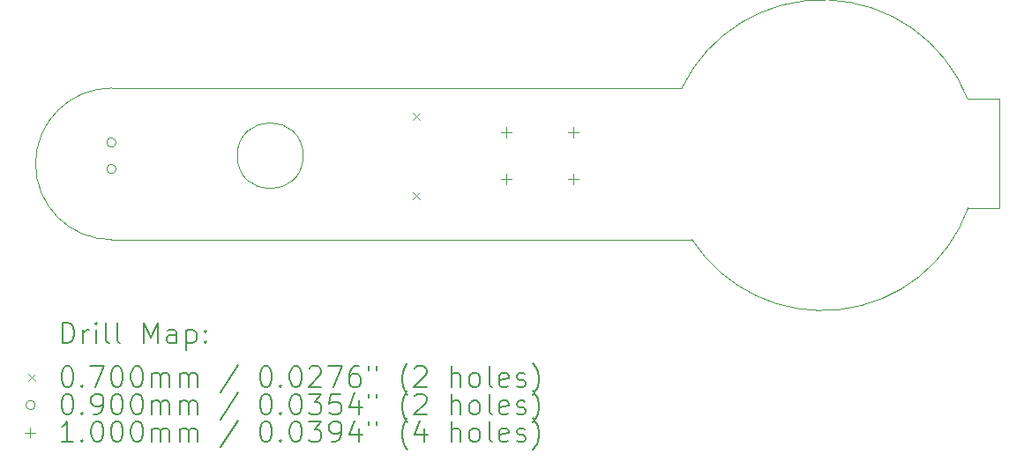
<source format=gbr>
%TF.GenerationSoftware,KiCad,Pcbnew,9.0.1*%
%TF.CreationDate,2025-06-02T10:33:23+09:00*%
%TF.ProjectId,Project 1 LED Torch,50726f6a-6563-4742-9031-204c45442054,1*%
%TF.SameCoordinates,Original*%
%TF.FileFunction,Drillmap*%
%TF.FilePolarity,Positive*%
%FSLAX45Y45*%
G04 Gerber Fmt 4.5, Leading zero omitted, Abs format (unit mm)*
G04 Created by KiCad (PCBNEW 9.0.1) date 2025-06-02 10:33:23*
%MOMM*%
%LPD*%
G01*
G04 APERTURE LIST*
%ADD10C,0.050000*%
%ADD11C,0.200000*%
%ADD12C,0.100000*%
G04 APERTURE END LIST*
D10*
X9027500Y-9700000D02*
X14500719Y-9700346D01*
X9025000Y-11155004D02*
G75*
G02*
X9027500Y-9700000I0J727504D01*
G01*
X17550000Y-9800000D02*
X17450000Y-9800000D01*
X17550000Y-10850000D02*
X17550000Y-9800000D01*
X17450000Y-10850000D02*
X17550000Y-10850000D01*
X17242878Y-9800000D02*
X17450000Y-9800000D01*
X17250187Y-10850000D02*
X17450000Y-10850000D01*
X17250187Y-10850000D02*
G75*
G02*
X14600000Y-11155000I-1400187J500000D01*
G01*
X14500719Y-9700346D02*
G75*
G02*
X17242878Y-9800000I1349281J-649654D01*
G01*
X9025000Y-11155000D02*
X14600000Y-11155000D01*
X10866228Y-10350000D02*
G75*
G02*
X10233772Y-10350000I-316228J0D01*
G01*
X10233772Y-10350000D02*
G75*
G02*
X10866228Y-10350000I316228J0D01*
G01*
D11*
D12*
X11915000Y-9934000D02*
X11985000Y-10004000D01*
X11985000Y-9934000D02*
X11915000Y-10004000D01*
X11915000Y-10696000D02*
X11985000Y-10766000D01*
X11985000Y-10696000D02*
X11915000Y-10766000D01*
X9070000Y-10222500D02*
G75*
G02*
X8980000Y-10222500I-45000J0D01*
G01*
X8980000Y-10222500D02*
G75*
G02*
X9070000Y-10222500I45000J0D01*
G01*
X9070000Y-10476500D02*
G75*
G02*
X8980000Y-10476500I-45000J0D01*
G01*
X8980000Y-10476500D02*
G75*
G02*
X9070000Y-10476500I45000J0D01*
G01*
X12812500Y-10075000D02*
X12812500Y-10175000D01*
X12762500Y-10125000D02*
X12862500Y-10125000D01*
X12812500Y-10525000D02*
X12812500Y-10625000D01*
X12762500Y-10575000D02*
X12862500Y-10575000D01*
X13462500Y-10075000D02*
X13462500Y-10175000D01*
X13412500Y-10125000D02*
X13512500Y-10125000D01*
X13462500Y-10525000D02*
X13462500Y-10625000D01*
X13412500Y-10575000D02*
X13512500Y-10575000D01*
D11*
X8555773Y-12150767D02*
X8555773Y-11950767D01*
X8555773Y-11950767D02*
X8603392Y-11950767D01*
X8603392Y-11950767D02*
X8631963Y-11960291D01*
X8631963Y-11960291D02*
X8651011Y-11979339D01*
X8651011Y-11979339D02*
X8660534Y-11998386D01*
X8660534Y-11998386D02*
X8670058Y-12036481D01*
X8670058Y-12036481D02*
X8670058Y-12065053D01*
X8670058Y-12065053D02*
X8660534Y-12103148D01*
X8660534Y-12103148D02*
X8651011Y-12122196D01*
X8651011Y-12122196D02*
X8631963Y-12141243D01*
X8631963Y-12141243D02*
X8603392Y-12150767D01*
X8603392Y-12150767D02*
X8555773Y-12150767D01*
X8755773Y-12150767D02*
X8755773Y-12017434D01*
X8755773Y-12055529D02*
X8765296Y-12036481D01*
X8765296Y-12036481D02*
X8774820Y-12026958D01*
X8774820Y-12026958D02*
X8793868Y-12017434D01*
X8793868Y-12017434D02*
X8812915Y-12017434D01*
X8879582Y-12150767D02*
X8879582Y-12017434D01*
X8879582Y-11950767D02*
X8870058Y-11960291D01*
X8870058Y-11960291D02*
X8879582Y-11969815D01*
X8879582Y-11969815D02*
X8889106Y-11960291D01*
X8889106Y-11960291D02*
X8879582Y-11950767D01*
X8879582Y-11950767D02*
X8879582Y-11969815D01*
X9003392Y-12150767D02*
X8984344Y-12141243D01*
X8984344Y-12141243D02*
X8974820Y-12122196D01*
X8974820Y-12122196D02*
X8974820Y-11950767D01*
X9108153Y-12150767D02*
X9089106Y-12141243D01*
X9089106Y-12141243D02*
X9079582Y-12122196D01*
X9079582Y-12122196D02*
X9079582Y-11950767D01*
X9336725Y-12150767D02*
X9336725Y-11950767D01*
X9336725Y-11950767D02*
X9403392Y-12093624D01*
X9403392Y-12093624D02*
X9470058Y-11950767D01*
X9470058Y-11950767D02*
X9470058Y-12150767D01*
X9651011Y-12150767D02*
X9651011Y-12046005D01*
X9651011Y-12046005D02*
X9641487Y-12026958D01*
X9641487Y-12026958D02*
X9622439Y-12017434D01*
X9622439Y-12017434D02*
X9584344Y-12017434D01*
X9584344Y-12017434D02*
X9565296Y-12026958D01*
X9651011Y-12141243D02*
X9631963Y-12150767D01*
X9631963Y-12150767D02*
X9584344Y-12150767D01*
X9584344Y-12150767D02*
X9565296Y-12141243D01*
X9565296Y-12141243D02*
X9555773Y-12122196D01*
X9555773Y-12122196D02*
X9555773Y-12103148D01*
X9555773Y-12103148D02*
X9565296Y-12084100D01*
X9565296Y-12084100D02*
X9584344Y-12074577D01*
X9584344Y-12074577D02*
X9631963Y-12074577D01*
X9631963Y-12074577D02*
X9651011Y-12065053D01*
X9746249Y-12017434D02*
X9746249Y-12217434D01*
X9746249Y-12026958D02*
X9765296Y-12017434D01*
X9765296Y-12017434D02*
X9803392Y-12017434D01*
X9803392Y-12017434D02*
X9822439Y-12026958D01*
X9822439Y-12026958D02*
X9831963Y-12036481D01*
X9831963Y-12036481D02*
X9841487Y-12055529D01*
X9841487Y-12055529D02*
X9841487Y-12112672D01*
X9841487Y-12112672D02*
X9831963Y-12131719D01*
X9831963Y-12131719D02*
X9822439Y-12141243D01*
X9822439Y-12141243D02*
X9803392Y-12150767D01*
X9803392Y-12150767D02*
X9765296Y-12150767D01*
X9765296Y-12150767D02*
X9746249Y-12141243D01*
X9927201Y-12131719D02*
X9936725Y-12141243D01*
X9936725Y-12141243D02*
X9927201Y-12150767D01*
X9927201Y-12150767D02*
X9917677Y-12141243D01*
X9917677Y-12141243D02*
X9927201Y-12131719D01*
X9927201Y-12131719D02*
X9927201Y-12150767D01*
X9927201Y-12026958D02*
X9936725Y-12036481D01*
X9936725Y-12036481D02*
X9927201Y-12046005D01*
X9927201Y-12046005D02*
X9917677Y-12036481D01*
X9917677Y-12036481D02*
X9927201Y-12026958D01*
X9927201Y-12026958D02*
X9927201Y-12046005D01*
D12*
X8224996Y-12444283D02*
X8294996Y-12514283D01*
X8294996Y-12444283D02*
X8224996Y-12514283D01*
D11*
X8593868Y-12370767D02*
X8612915Y-12370767D01*
X8612915Y-12370767D02*
X8631963Y-12380291D01*
X8631963Y-12380291D02*
X8641487Y-12389815D01*
X8641487Y-12389815D02*
X8651011Y-12408862D01*
X8651011Y-12408862D02*
X8660534Y-12446958D01*
X8660534Y-12446958D02*
X8660534Y-12494577D01*
X8660534Y-12494577D02*
X8651011Y-12532672D01*
X8651011Y-12532672D02*
X8641487Y-12551719D01*
X8641487Y-12551719D02*
X8631963Y-12561243D01*
X8631963Y-12561243D02*
X8612915Y-12570767D01*
X8612915Y-12570767D02*
X8593868Y-12570767D01*
X8593868Y-12570767D02*
X8574820Y-12561243D01*
X8574820Y-12561243D02*
X8565296Y-12551719D01*
X8565296Y-12551719D02*
X8555773Y-12532672D01*
X8555773Y-12532672D02*
X8546249Y-12494577D01*
X8546249Y-12494577D02*
X8546249Y-12446958D01*
X8546249Y-12446958D02*
X8555773Y-12408862D01*
X8555773Y-12408862D02*
X8565296Y-12389815D01*
X8565296Y-12389815D02*
X8574820Y-12380291D01*
X8574820Y-12380291D02*
X8593868Y-12370767D01*
X8746249Y-12551719D02*
X8755773Y-12561243D01*
X8755773Y-12561243D02*
X8746249Y-12570767D01*
X8746249Y-12570767D02*
X8736725Y-12561243D01*
X8736725Y-12561243D02*
X8746249Y-12551719D01*
X8746249Y-12551719D02*
X8746249Y-12570767D01*
X8822439Y-12370767D02*
X8955773Y-12370767D01*
X8955773Y-12370767D02*
X8870058Y-12570767D01*
X9070058Y-12370767D02*
X9089106Y-12370767D01*
X9089106Y-12370767D02*
X9108154Y-12380291D01*
X9108154Y-12380291D02*
X9117677Y-12389815D01*
X9117677Y-12389815D02*
X9127201Y-12408862D01*
X9127201Y-12408862D02*
X9136725Y-12446958D01*
X9136725Y-12446958D02*
X9136725Y-12494577D01*
X9136725Y-12494577D02*
X9127201Y-12532672D01*
X9127201Y-12532672D02*
X9117677Y-12551719D01*
X9117677Y-12551719D02*
X9108154Y-12561243D01*
X9108154Y-12561243D02*
X9089106Y-12570767D01*
X9089106Y-12570767D02*
X9070058Y-12570767D01*
X9070058Y-12570767D02*
X9051011Y-12561243D01*
X9051011Y-12561243D02*
X9041487Y-12551719D01*
X9041487Y-12551719D02*
X9031963Y-12532672D01*
X9031963Y-12532672D02*
X9022439Y-12494577D01*
X9022439Y-12494577D02*
X9022439Y-12446958D01*
X9022439Y-12446958D02*
X9031963Y-12408862D01*
X9031963Y-12408862D02*
X9041487Y-12389815D01*
X9041487Y-12389815D02*
X9051011Y-12380291D01*
X9051011Y-12380291D02*
X9070058Y-12370767D01*
X9260534Y-12370767D02*
X9279582Y-12370767D01*
X9279582Y-12370767D02*
X9298630Y-12380291D01*
X9298630Y-12380291D02*
X9308154Y-12389815D01*
X9308154Y-12389815D02*
X9317677Y-12408862D01*
X9317677Y-12408862D02*
X9327201Y-12446958D01*
X9327201Y-12446958D02*
X9327201Y-12494577D01*
X9327201Y-12494577D02*
X9317677Y-12532672D01*
X9317677Y-12532672D02*
X9308154Y-12551719D01*
X9308154Y-12551719D02*
X9298630Y-12561243D01*
X9298630Y-12561243D02*
X9279582Y-12570767D01*
X9279582Y-12570767D02*
X9260534Y-12570767D01*
X9260534Y-12570767D02*
X9241487Y-12561243D01*
X9241487Y-12561243D02*
X9231963Y-12551719D01*
X9231963Y-12551719D02*
X9222439Y-12532672D01*
X9222439Y-12532672D02*
X9212915Y-12494577D01*
X9212915Y-12494577D02*
X9212915Y-12446958D01*
X9212915Y-12446958D02*
X9222439Y-12408862D01*
X9222439Y-12408862D02*
X9231963Y-12389815D01*
X9231963Y-12389815D02*
X9241487Y-12380291D01*
X9241487Y-12380291D02*
X9260534Y-12370767D01*
X9412915Y-12570767D02*
X9412915Y-12437434D01*
X9412915Y-12456481D02*
X9422439Y-12446958D01*
X9422439Y-12446958D02*
X9441487Y-12437434D01*
X9441487Y-12437434D02*
X9470058Y-12437434D01*
X9470058Y-12437434D02*
X9489106Y-12446958D01*
X9489106Y-12446958D02*
X9498630Y-12466005D01*
X9498630Y-12466005D02*
X9498630Y-12570767D01*
X9498630Y-12466005D02*
X9508154Y-12446958D01*
X9508154Y-12446958D02*
X9527201Y-12437434D01*
X9527201Y-12437434D02*
X9555773Y-12437434D01*
X9555773Y-12437434D02*
X9574820Y-12446958D01*
X9574820Y-12446958D02*
X9584344Y-12466005D01*
X9584344Y-12466005D02*
X9584344Y-12570767D01*
X9679582Y-12570767D02*
X9679582Y-12437434D01*
X9679582Y-12456481D02*
X9689106Y-12446958D01*
X9689106Y-12446958D02*
X9708154Y-12437434D01*
X9708154Y-12437434D02*
X9736725Y-12437434D01*
X9736725Y-12437434D02*
X9755773Y-12446958D01*
X9755773Y-12446958D02*
X9765296Y-12466005D01*
X9765296Y-12466005D02*
X9765296Y-12570767D01*
X9765296Y-12466005D02*
X9774820Y-12446958D01*
X9774820Y-12446958D02*
X9793868Y-12437434D01*
X9793868Y-12437434D02*
X9822439Y-12437434D01*
X9822439Y-12437434D02*
X9841487Y-12446958D01*
X9841487Y-12446958D02*
X9851011Y-12466005D01*
X9851011Y-12466005D02*
X9851011Y-12570767D01*
X10241487Y-12361243D02*
X10070058Y-12618386D01*
X10498630Y-12370767D02*
X10517678Y-12370767D01*
X10517678Y-12370767D02*
X10536725Y-12380291D01*
X10536725Y-12380291D02*
X10546249Y-12389815D01*
X10546249Y-12389815D02*
X10555773Y-12408862D01*
X10555773Y-12408862D02*
X10565297Y-12446958D01*
X10565297Y-12446958D02*
X10565297Y-12494577D01*
X10565297Y-12494577D02*
X10555773Y-12532672D01*
X10555773Y-12532672D02*
X10546249Y-12551719D01*
X10546249Y-12551719D02*
X10536725Y-12561243D01*
X10536725Y-12561243D02*
X10517678Y-12570767D01*
X10517678Y-12570767D02*
X10498630Y-12570767D01*
X10498630Y-12570767D02*
X10479582Y-12561243D01*
X10479582Y-12561243D02*
X10470058Y-12551719D01*
X10470058Y-12551719D02*
X10460535Y-12532672D01*
X10460535Y-12532672D02*
X10451011Y-12494577D01*
X10451011Y-12494577D02*
X10451011Y-12446958D01*
X10451011Y-12446958D02*
X10460535Y-12408862D01*
X10460535Y-12408862D02*
X10470058Y-12389815D01*
X10470058Y-12389815D02*
X10479582Y-12380291D01*
X10479582Y-12380291D02*
X10498630Y-12370767D01*
X10651011Y-12551719D02*
X10660535Y-12561243D01*
X10660535Y-12561243D02*
X10651011Y-12570767D01*
X10651011Y-12570767D02*
X10641487Y-12561243D01*
X10641487Y-12561243D02*
X10651011Y-12551719D01*
X10651011Y-12551719D02*
X10651011Y-12570767D01*
X10784344Y-12370767D02*
X10803392Y-12370767D01*
X10803392Y-12370767D02*
X10822439Y-12380291D01*
X10822439Y-12380291D02*
X10831963Y-12389815D01*
X10831963Y-12389815D02*
X10841487Y-12408862D01*
X10841487Y-12408862D02*
X10851011Y-12446958D01*
X10851011Y-12446958D02*
X10851011Y-12494577D01*
X10851011Y-12494577D02*
X10841487Y-12532672D01*
X10841487Y-12532672D02*
X10831963Y-12551719D01*
X10831963Y-12551719D02*
X10822439Y-12561243D01*
X10822439Y-12561243D02*
X10803392Y-12570767D01*
X10803392Y-12570767D02*
X10784344Y-12570767D01*
X10784344Y-12570767D02*
X10765297Y-12561243D01*
X10765297Y-12561243D02*
X10755773Y-12551719D01*
X10755773Y-12551719D02*
X10746249Y-12532672D01*
X10746249Y-12532672D02*
X10736725Y-12494577D01*
X10736725Y-12494577D02*
X10736725Y-12446958D01*
X10736725Y-12446958D02*
X10746249Y-12408862D01*
X10746249Y-12408862D02*
X10755773Y-12389815D01*
X10755773Y-12389815D02*
X10765297Y-12380291D01*
X10765297Y-12380291D02*
X10784344Y-12370767D01*
X10927201Y-12389815D02*
X10936725Y-12380291D01*
X10936725Y-12380291D02*
X10955773Y-12370767D01*
X10955773Y-12370767D02*
X11003392Y-12370767D01*
X11003392Y-12370767D02*
X11022439Y-12380291D01*
X11022439Y-12380291D02*
X11031963Y-12389815D01*
X11031963Y-12389815D02*
X11041487Y-12408862D01*
X11041487Y-12408862D02*
X11041487Y-12427910D01*
X11041487Y-12427910D02*
X11031963Y-12456481D01*
X11031963Y-12456481D02*
X10917678Y-12570767D01*
X10917678Y-12570767D02*
X11041487Y-12570767D01*
X11108154Y-12370767D02*
X11241487Y-12370767D01*
X11241487Y-12370767D02*
X11155773Y-12570767D01*
X11403392Y-12370767D02*
X11365296Y-12370767D01*
X11365296Y-12370767D02*
X11346249Y-12380291D01*
X11346249Y-12380291D02*
X11336725Y-12389815D01*
X11336725Y-12389815D02*
X11317677Y-12418386D01*
X11317677Y-12418386D02*
X11308154Y-12456481D01*
X11308154Y-12456481D02*
X11308154Y-12532672D01*
X11308154Y-12532672D02*
X11317677Y-12551719D01*
X11317677Y-12551719D02*
X11327201Y-12561243D01*
X11327201Y-12561243D02*
X11346249Y-12570767D01*
X11346249Y-12570767D02*
X11384344Y-12570767D01*
X11384344Y-12570767D02*
X11403392Y-12561243D01*
X11403392Y-12561243D02*
X11412916Y-12551719D01*
X11412916Y-12551719D02*
X11422439Y-12532672D01*
X11422439Y-12532672D02*
X11422439Y-12485053D01*
X11422439Y-12485053D02*
X11412916Y-12466005D01*
X11412916Y-12466005D02*
X11403392Y-12456481D01*
X11403392Y-12456481D02*
X11384344Y-12446958D01*
X11384344Y-12446958D02*
X11346249Y-12446958D01*
X11346249Y-12446958D02*
X11327201Y-12456481D01*
X11327201Y-12456481D02*
X11317677Y-12466005D01*
X11317677Y-12466005D02*
X11308154Y-12485053D01*
X11498630Y-12370767D02*
X11498630Y-12408862D01*
X11574820Y-12370767D02*
X11574820Y-12408862D01*
X11870059Y-12646958D02*
X11860535Y-12637434D01*
X11860535Y-12637434D02*
X11841487Y-12608862D01*
X11841487Y-12608862D02*
X11831963Y-12589815D01*
X11831963Y-12589815D02*
X11822439Y-12561243D01*
X11822439Y-12561243D02*
X11812916Y-12513624D01*
X11812916Y-12513624D02*
X11812916Y-12475529D01*
X11812916Y-12475529D02*
X11822439Y-12427910D01*
X11822439Y-12427910D02*
X11831963Y-12399339D01*
X11831963Y-12399339D02*
X11841487Y-12380291D01*
X11841487Y-12380291D02*
X11860535Y-12351719D01*
X11860535Y-12351719D02*
X11870059Y-12342196D01*
X11936725Y-12389815D02*
X11946249Y-12380291D01*
X11946249Y-12380291D02*
X11965297Y-12370767D01*
X11965297Y-12370767D02*
X12012916Y-12370767D01*
X12012916Y-12370767D02*
X12031963Y-12380291D01*
X12031963Y-12380291D02*
X12041487Y-12389815D01*
X12041487Y-12389815D02*
X12051011Y-12408862D01*
X12051011Y-12408862D02*
X12051011Y-12427910D01*
X12051011Y-12427910D02*
X12041487Y-12456481D01*
X12041487Y-12456481D02*
X11927201Y-12570767D01*
X11927201Y-12570767D02*
X12051011Y-12570767D01*
X12289106Y-12570767D02*
X12289106Y-12370767D01*
X12374820Y-12570767D02*
X12374820Y-12466005D01*
X12374820Y-12466005D02*
X12365297Y-12446958D01*
X12365297Y-12446958D02*
X12346249Y-12437434D01*
X12346249Y-12437434D02*
X12317678Y-12437434D01*
X12317678Y-12437434D02*
X12298630Y-12446958D01*
X12298630Y-12446958D02*
X12289106Y-12456481D01*
X12498630Y-12570767D02*
X12479582Y-12561243D01*
X12479582Y-12561243D02*
X12470059Y-12551719D01*
X12470059Y-12551719D02*
X12460535Y-12532672D01*
X12460535Y-12532672D02*
X12460535Y-12475529D01*
X12460535Y-12475529D02*
X12470059Y-12456481D01*
X12470059Y-12456481D02*
X12479582Y-12446958D01*
X12479582Y-12446958D02*
X12498630Y-12437434D01*
X12498630Y-12437434D02*
X12527201Y-12437434D01*
X12527201Y-12437434D02*
X12546249Y-12446958D01*
X12546249Y-12446958D02*
X12555773Y-12456481D01*
X12555773Y-12456481D02*
X12565297Y-12475529D01*
X12565297Y-12475529D02*
X12565297Y-12532672D01*
X12565297Y-12532672D02*
X12555773Y-12551719D01*
X12555773Y-12551719D02*
X12546249Y-12561243D01*
X12546249Y-12561243D02*
X12527201Y-12570767D01*
X12527201Y-12570767D02*
X12498630Y-12570767D01*
X12679582Y-12570767D02*
X12660535Y-12561243D01*
X12660535Y-12561243D02*
X12651011Y-12542196D01*
X12651011Y-12542196D02*
X12651011Y-12370767D01*
X12831963Y-12561243D02*
X12812916Y-12570767D01*
X12812916Y-12570767D02*
X12774820Y-12570767D01*
X12774820Y-12570767D02*
X12755773Y-12561243D01*
X12755773Y-12561243D02*
X12746249Y-12542196D01*
X12746249Y-12542196D02*
X12746249Y-12466005D01*
X12746249Y-12466005D02*
X12755773Y-12446958D01*
X12755773Y-12446958D02*
X12774820Y-12437434D01*
X12774820Y-12437434D02*
X12812916Y-12437434D01*
X12812916Y-12437434D02*
X12831963Y-12446958D01*
X12831963Y-12446958D02*
X12841487Y-12466005D01*
X12841487Y-12466005D02*
X12841487Y-12485053D01*
X12841487Y-12485053D02*
X12746249Y-12504100D01*
X12917678Y-12561243D02*
X12936725Y-12570767D01*
X12936725Y-12570767D02*
X12974820Y-12570767D01*
X12974820Y-12570767D02*
X12993868Y-12561243D01*
X12993868Y-12561243D02*
X13003392Y-12542196D01*
X13003392Y-12542196D02*
X13003392Y-12532672D01*
X13003392Y-12532672D02*
X12993868Y-12513624D01*
X12993868Y-12513624D02*
X12974820Y-12504100D01*
X12974820Y-12504100D02*
X12946249Y-12504100D01*
X12946249Y-12504100D02*
X12927201Y-12494577D01*
X12927201Y-12494577D02*
X12917678Y-12475529D01*
X12917678Y-12475529D02*
X12917678Y-12466005D01*
X12917678Y-12466005D02*
X12927201Y-12446958D01*
X12927201Y-12446958D02*
X12946249Y-12437434D01*
X12946249Y-12437434D02*
X12974820Y-12437434D01*
X12974820Y-12437434D02*
X12993868Y-12446958D01*
X13070059Y-12646958D02*
X13079582Y-12637434D01*
X13079582Y-12637434D02*
X13098630Y-12608862D01*
X13098630Y-12608862D02*
X13108154Y-12589815D01*
X13108154Y-12589815D02*
X13117678Y-12561243D01*
X13117678Y-12561243D02*
X13127201Y-12513624D01*
X13127201Y-12513624D02*
X13127201Y-12475529D01*
X13127201Y-12475529D02*
X13117678Y-12427910D01*
X13117678Y-12427910D02*
X13108154Y-12399339D01*
X13108154Y-12399339D02*
X13098630Y-12380291D01*
X13098630Y-12380291D02*
X13079582Y-12351719D01*
X13079582Y-12351719D02*
X13070059Y-12342196D01*
D12*
X8294996Y-12743283D02*
G75*
G02*
X8204996Y-12743283I-45000J0D01*
G01*
X8204996Y-12743283D02*
G75*
G02*
X8294996Y-12743283I45000J0D01*
G01*
D11*
X8593868Y-12634767D02*
X8612915Y-12634767D01*
X8612915Y-12634767D02*
X8631963Y-12644291D01*
X8631963Y-12644291D02*
X8641487Y-12653815D01*
X8641487Y-12653815D02*
X8651011Y-12672862D01*
X8651011Y-12672862D02*
X8660534Y-12710958D01*
X8660534Y-12710958D02*
X8660534Y-12758577D01*
X8660534Y-12758577D02*
X8651011Y-12796672D01*
X8651011Y-12796672D02*
X8641487Y-12815719D01*
X8641487Y-12815719D02*
X8631963Y-12825243D01*
X8631963Y-12825243D02*
X8612915Y-12834767D01*
X8612915Y-12834767D02*
X8593868Y-12834767D01*
X8593868Y-12834767D02*
X8574820Y-12825243D01*
X8574820Y-12825243D02*
X8565296Y-12815719D01*
X8565296Y-12815719D02*
X8555773Y-12796672D01*
X8555773Y-12796672D02*
X8546249Y-12758577D01*
X8546249Y-12758577D02*
X8546249Y-12710958D01*
X8546249Y-12710958D02*
X8555773Y-12672862D01*
X8555773Y-12672862D02*
X8565296Y-12653815D01*
X8565296Y-12653815D02*
X8574820Y-12644291D01*
X8574820Y-12644291D02*
X8593868Y-12634767D01*
X8746249Y-12815719D02*
X8755773Y-12825243D01*
X8755773Y-12825243D02*
X8746249Y-12834767D01*
X8746249Y-12834767D02*
X8736725Y-12825243D01*
X8736725Y-12825243D02*
X8746249Y-12815719D01*
X8746249Y-12815719D02*
X8746249Y-12834767D01*
X8851011Y-12834767D02*
X8889106Y-12834767D01*
X8889106Y-12834767D02*
X8908154Y-12825243D01*
X8908154Y-12825243D02*
X8917677Y-12815719D01*
X8917677Y-12815719D02*
X8936725Y-12787148D01*
X8936725Y-12787148D02*
X8946249Y-12749053D01*
X8946249Y-12749053D02*
X8946249Y-12672862D01*
X8946249Y-12672862D02*
X8936725Y-12653815D01*
X8936725Y-12653815D02*
X8927201Y-12644291D01*
X8927201Y-12644291D02*
X8908154Y-12634767D01*
X8908154Y-12634767D02*
X8870058Y-12634767D01*
X8870058Y-12634767D02*
X8851011Y-12644291D01*
X8851011Y-12644291D02*
X8841487Y-12653815D01*
X8841487Y-12653815D02*
X8831963Y-12672862D01*
X8831963Y-12672862D02*
X8831963Y-12720481D01*
X8831963Y-12720481D02*
X8841487Y-12739529D01*
X8841487Y-12739529D02*
X8851011Y-12749053D01*
X8851011Y-12749053D02*
X8870058Y-12758577D01*
X8870058Y-12758577D02*
X8908154Y-12758577D01*
X8908154Y-12758577D02*
X8927201Y-12749053D01*
X8927201Y-12749053D02*
X8936725Y-12739529D01*
X8936725Y-12739529D02*
X8946249Y-12720481D01*
X9070058Y-12634767D02*
X9089106Y-12634767D01*
X9089106Y-12634767D02*
X9108154Y-12644291D01*
X9108154Y-12644291D02*
X9117677Y-12653815D01*
X9117677Y-12653815D02*
X9127201Y-12672862D01*
X9127201Y-12672862D02*
X9136725Y-12710958D01*
X9136725Y-12710958D02*
X9136725Y-12758577D01*
X9136725Y-12758577D02*
X9127201Y-12796672D01*
X9127201Y-12796672D02*
X9117677Y-12815719D01*
X9117677Y-12815719D02*
X9108154Y-12825243D01*
X9108154Y-12825243D02*
X9089106Y-12834767D01*
X9089106Y-12834767D02*
X9070058Y-12834767D01*
X9070058Y-12834767D02*
X9051011Y-12825243D01*
X9051011Y-12825243D02*
X9041487Y-12815719D01*
X9041487Y-12815719D02*
X9031963Y-12796672D01*
X9031963Y-12796672D02*
X9022439Y-12758577D01*
X9022439Y-12758577D02*
X9022439Y-12710958D01*
X9022439Y-12710958D02*
X9031963Y-12672862D01*
X9031963Y-12672862D02*
X9041487Y-12653815D01*
X9041487Y-12653815D02*
X9051011Y-12644291D01*
X9051011Y-12644291D02*
X9070058Y-12634767D01*
X9260534Y-12634767D02*
X9279582Y-12634767D01*
X9279582Y-12634767D02*
X9298630Y-12644291D01*
X9298630Y-12644291D02*
X9308154Y-12653815D01*
X9308154Y-12653815D02*
X9317677Y-12672862D01*
X9317677Y-12672862D02*
X9327201Y-12710958D01*
X9327201Y-12710958D02*
X9327201Y-12758577D01*
X9327201Y-12758577D02*
X9317677Y-12796672D01*
X9317677Y-12796672D02*
X9308154Y-12815719D01*
X9308154Y-12815719D02*
X9298630Y-12825243D01*
X9298630Y-12825243D02*
X9279582Y-12834767D01*
X9279582Y-12834767D02*
X9260534Y-12834767D01*
X9260534Y-12834767D02*
X9241487Y-12825243D01*
X9241487Y-12825243D02*
X9231963Y-12815719D01*
X9231963Y-12815719D02*
X9222439Y-12796672D01*
X9222439Y-12796672D02*
X9212915Y-12758577D01*
X9212915Y-12758577D02*
X9212915Y-12710958D01*
X9212915Y-12710958D02*
X9222439Y-12672862D01*
X9222439Y-12672862D02*
X9231963Y-12653815D01*
X9231963Y-12653815D02*
X9241487Y-12644291D01*
X9241487Y-12644291D02*
X9260534Y-12634767D01*
X9412915Y-12834767D02*
X9412915Y-12701434D01*
X9412915Y-12720481D02*
X9422439Y-12710958D01*
X9422439Y-12710958D02*
X9441487Y-12701434D01*
X9441487Y-12701434D02*
X9470058Y-12701434D01*
X9470058Y-12701434D02*
X9489106Y-12710958D01*
X9489106Y-12710958D02*
X9498630Y-12730005D01*
X9498630Y-12730005D02*
X9498630Y-12834767D01*
X9498630Y-12730005D02*
X9508154Y-12710958D01*
X9508154Y-12710958D02*
X9527201Y-12701434D01*
X9527201Y-12701434D02*
X9555773Y-12701434D01*
X9555773Y-12701434D02*
X9574820Y-12710958D01*
X9574820Y-12710958D02*
X9584344Y-12730005D01*
X9584344Y-12730005D02*
X9584344Y-12834767D01*
X9679582Y-12834767D02*
X9679582Y-12701434D01*
X9679582Y-12720481D02*
X9689106Y-12710958D01*
X9689106Y-12710958D02*
X9708154Y-12701434D01*
X9708154Y-12701434D02*
X9736725Y-12701434D01*
X9736725Y-12701434D02*
X9755773Y-12710958D01*
X9755773Y-12710958D02*
X9765296Y-12730005D01*
X9765296Y-12730005D02*
X9765296Y-12834767D01*
X9765296Y-12730005D02*
X9774820Y-12710958D01*
X9774820Y-12710958D02*
X9793868Y-12701434D01*
X9793868Y-12701434D02*
X9822439Y-12701434D01*
X9822439Y-12701434D02*
X9841487Y-12710958D01*
X9841487Y-12710958D02*
X9851011Y-12730005D01*
X9851011Y-12730005D02*
X9851011Y-12834767D01*
X10241487Y-12625243D02*
X10070058Y-12882386D01*
X10498630Y-12634767D02*
X10517678Y-12634767D01*
X10517678Y-12634767D02*
X10536725Y-12644291D01*
X10536725Y-12644291D02*
X10546249Y-12653815D01*
X10546249Y-12653815D02*
X10555773Y-12672862D01*
X10555773Y-12672862D02*
X10565297Y-12710958D01*
X10565297Y-12710958D02*
X10565297Y-12758577D01*
X10565297Y-12758577D02*
X10555773Y-12796672D01*
X10555773Y-12796672D02*
X10546249Y-12815719D01*
X10546249Y-12815719D02*
X10536725Y-12825243D01*
X10536725Y-12825243D02*
X10517678Y-12834767D01*
X10517678Y-12834767D02*
X10498630Y-12834767D01*
X10498630Y-12834767D02*
X10479582Y-12825243D01*
X10479582Y-12825243D02*
X10470058Y-12815719D01*
X10470058Y-12815719D02*
X10460535Y-12796672D01*
X10460535Y-12796672D02*
X10451011Y-12758577D01*
X10451011Y-12758577D02*
X10451011Y-12710958D01*
X10451011Y-12710958D02*
X10460535Y-12672862D01*
X10460535Y-12672862D02*
X10470058Y-12653815D01*
X10470058Y-12653815D02*
X10479582Y-12644291D01*
X10479582Y-12644291D02*
X10498630Y-12634767D01*
X10651011Y-12815719D02*
X10660535Y-12825243D01*
X10660535Y-12825243D02*
X10651011Y-12834767D01*
X10651011Y-12834767D02*
X10641487Y-12825243D01*
X10641487Y-12825243D02*
X10651011Y-12815719D01*
X10651011Y-12815719D02*
X10651011Y-12834767D01*
X10784344Y-12634767D02*
X10803392Y-12634767D01*
X10803392Y-12634767D02*
X10822439Y-12644291D01*
X10822439Y-12644291D02*
X10831963Y-12653815D01*
X10831963Y-12653815D02*
X10841487Y-12672862D01*
X10841487Y-12672862D02*
X10851011Y-12710958D01*
X10851011Y-12710958D02*
X10851011Y-12758577D01*
X10851011Y-12758577D02*
X10841487Y-12796672D01*
X10841487Y-12796672D02*
X10831963Y-12815719D01*
X10831963Y-12815719D02*
X10822439Y-12825243D01*
X10822439Y-12825243D02*
X10803392Y-12834767D01*
X10803392Y-12834767D02*
X10784344Y-12834767D01*
X10784344Y-12834767D02*
X10765297Y-12825243D01*
X10765297Y-12825243D02*
X10755773Y-12815719D01*
X10755773Y-12815719D02*
X10746249Y-12796672D01*
X10746249Y-12796672D02*
X10736725Y-12758577D01*
X10736725Y-12758577D02*
X10736725Y-12710958D01*
X10736725Y-12710958D02*
X10746249Y-12672862D01*
X10746249Y-12672862D02*
X10755773Y-12653815D01*
X10755773Y-12653815D02*
X10765297Y-12644291D01*
X10765297Y-12644291D02*
X10784344Y-12634767D01*
X10917678Y-12634767D02*
X11041487Y-12634767D01*
X11041487Y-12634767D02*
X10974820Y-12710958D01*
X10974820Y-12710958D02*
X11003392Y-12710958D01*
X11003392Y-12710958D02*
X11022439Y-12720481D01*
X11022439Y-12720481D02*
X11031963Y-12730005D01*
X11031963Y-12730005D02*
X11041487Y-12749053D01*
X11041487Y-12749053D02*
X11041487Y-12796672D01*
X11041487Y-12796672D02*
X11031963Y-12815719D01*
X11031963Y-12815719D02*
X11022439Y-12825243D01*
X11022439Y-12825243D02*
X11003392Y-12834767D01*
X11003392Y-12834767D02*
X10946249Y-12834767D01*
X10946249Y-12834767D02*
X10927201Y-12825243D01*
X10927201Y-12825243D02*
X10917678Y-12815719D01*
X11222439Y-12634767D02*
X11127201Y-12634767D01*
X11127201Y-12634767D02*
X11117678Y-12730005D01*
X11117678Y-12730005D02*
X11127201Y-12720481D01*
X11127201Y-12720481D02*
X11146249Y-12710958D01*
X11146249Y-12710958D02*
X11193868Y-12710958D01*
X11193868Y-12710958D02*
X11212916Y-12720481D01*
X11212916Y-12720481D02*
X11222439Y-12730005D01*
X11222439Y-12730005D02*
X11231963Y-12749053D01*
X11231963Y-12749053D02*
X11231963Y-12796672D01*
X11231963Y-12796672D02*
X11222439Y-12815719D01*
X11222439Y-12815719D02*
X11212916Y-12825243D01*
X11212916Y-12825243D02*
X11193868Y-12834767D01*
X11193868Y-12834767D02*
X11146249Y-12834767D01*
X11146249Y-12834767D02*
X11127201Y-12825243D01*
X11127201Y-12825243D02*
X11117678Y-12815719D01*
X11403392Y-12701434D02*
X11403392Y-12834767D01*
X11355773Y-12625243D02*
X11308154Y-12768100D01*
X11308154Y-12768100D02*
X11431963Y-12768100D01*
X11498630Y-12634767D02*
X11498630Y-12672862D01*
X11574820Y-12634767D02*
X11574820Y-12672862D01*
X11870059Y-12910958D02*
X11860535Y-12901434D01*
X11860535Y-12901434D02*
X11841487Y-12872862D01*
X11841487Y-12872862D02*
X11831963Y-12853815D01*
X11831963Y-12853815D02*
X11822439Y-12825243D01*
X11822439Y-12825243D02*
X11812916Y-12777624D01*
X11812916Y-12777624D02*
X11812916Y-12739529D01*
X11812916Y-12739529D02*
X11822439Y-12691910D01*
X11822439Y-12691910D02*
X11831963Y-12663339D01*
X11831963Y-12663339D02*
X11841487Y-12644291D01*
X11841487Y-12644291D02*
X11860535Y-12615719D01*
X11860535Y-12615719D02*
X11870059Y-12606196D01*
X11936725Y-12653815D02*
X11946249Y-12644291D01*
X11946249Y-12644291D02*
X11965297Y-12634767D01*
X11965297Y-12634767D02*
X12012916Y-12634767D01*
X12012916Y-12634767D02*
X12031963Y-12644291D01*
X12031963Y-12644291D02*
X12041487Y-12653815D01*
X12041487Y-12653815D02*
X12051011Y-12672862D01*
X12051011Y-12672862D02*
X12051011Y-12691910D01*
X12051011Y-12691910D02*
X12041487Y-12720481D01*
X12041487Y-12720481D02*
X11927201Y-12834767D01*
X11927201Y-12834767D02*
X12051011Y-12834767D01*
X12289106Y-12834767D02*
X12289106Y-12634767D01*
X12374820Y-12834767D02*
X12374820Y-12730005D01*
X12374820Y-12730005D02*
X12365297Y-12710958D01*
X12365297Y-12710958D02*
X12346249Y-12701434D01*
X12346249Y-12701434D02*
X12317678Y-12701434D01*
X12317678Y-12701434D02*
X12298630Y-12710958D01*
X12298630Y-12710958D02*
X12289106Y-12720481D01*
X12498630Y-12834767D02*
X12479582Y-12825243D01*
X12479582Y-12825243D02*
X12470059Y-12815719D01*
X12470059Y-12815719D02*
X12460535Y-12796672D01*
X12460535Y-12796672D02*
X12460535Y-12739529D01*
X12460535Y-12739529D02*
X12470059Y-12720481D01*
X12470059Y-12720481D02*
X12479582Y-12710958D01*
X12479582Y-12710958D02*
X12498630Y-12701434D01*
X12498630Y-12701434D02*
X12527201Y-12701434D01*
X12527201Y-12701434D02*
X12546249Y-12710958D01*
X12546249Y-12710958D02*
X12555773Y-12720481D01*
X12555773Y-12720481D02*
X12565297Y-12739529D01*
X12565297Y-12739529D02*
X12565297Y-12796672D01*
X12565297Y-12796672D02*
X12555773Y-12815719D01*
X12555773Y-12815719D02*
X12546249Y-12825243D01*
X12546249Y-12825243D02*
X12527201Y-12834767D01*
X12527201Y-12834767D02*
X12498630Y-12834767D01*
X12679582Y-12834767D02*
X12660535Y-12825243D01*
X12660535Y-12825243D02*
X12651011Y-12806196D01*
X12651011Y-12806196D02*
X12651011Y-12634767D01*
X12831963Y-12825243D02*
X12812916Y-12834767D01*
X12812916Y-12834767D02*
X12774820Y-12834767D01*
X12774820Y-12834767D02*
X12755773Y-12825243D01*
X12755773Y-12825243D02*
X12746249Y-12806196D01*
X12746249Y-12806196D02*
X12746249Y-12730005D01*
X12746249Y-12730005D02*
X12755773Y-12710958D01*
X12755773Y-12710958D02*
X12774820Y-12701434D01*
X12774820Y-12701434D02*
X12812916Y-12701434D01*
X12812916Y-12701434D02*
X12831963Y-12710958D01*
X12831963Y-12710958D02*
X12841487Y-12730005D01*
X12841487Y-12730005D02*
X12841487Y-12749053D01*
X12841487Y-12749053D02*
X12746249Y-12768100D01*
X12917678Y-12825243D02*
X12936725Y-12834767D01*
X12936725Y-12834767D02*
X12974820Y-12834767D01*
X12974820Y-12834767D02*
X12993868Y-12825243D01*
X12993868Y-12825243D02*
X13003392Y-12806196D01*
X13003392Y-12806196D02*
X13003392Y-12796672D01*
X13003392Y-12796672D02*
X12993868Y-12777624D01*
X12993868Y-12777624D02*
X12974820Y-12768100D01*
X12974820Y-12768100D02*
X12946249Y-12768100D01*
X12946249Y-12768100D02*
X12927201Y-12758577D01*
X12927201Y-12758577D02*
X12917678Y-12739529D01*
X12917678Y-12739529D02*
X12917678Y-12730005D01*
X12917678Y-12730005D02*
X12927201Y-12710958D01*
X12927201Y-12710958D02*
X12946249Y-12701434D01*
X12946249Y-12701434D02*
X12974820Y-12701434D01*
X12974820Y-12701434D02*
X12993868Y-12710958D01*
X13070059Y-12910958D02*
X13079582Y-12901434D01*
X13079582Y-12901434D02*
X13098630Y-12872862D01*
X13098630Y-12872862D02*
X13108154Y-12853815D01*
X13108154Y-12853815D02*
X13117678Y-12825243D01*
X13117678Y-12825243D02*
X13127201Y-12777624D01*
X13127201Y-12777624D02*
X13127201Y-12739529D01*
X13127201Y-12739529D02*
X13117678Y-12691910D01*
X13117678Y-12691910D02*
X13108154Y-12663339D01*
X13108154Y-12663339D02*
X13098630Y-12644291D01*
X13098630Y-12644291D02*
X13079582Y-12615719D01*
X13079582Y-12615719D02*
X13070059Y-12606196D01*
D12*
X8244996Y-12957283D02*
X8244996Y-13057283D01*
X8194996Y-13007283D02*
X8294996Y-13007283D01*
D11*
X8660534Y-13098767D02*
X8546249Y-13098767D01*
X8603392Y-13098767D02*
X8603392Y-12898767D01*
X8603392Y-12898767D02*
X8584344Y-12927339D01*
X8584344Y-12927339D02*
X8565296Y-12946386D01*
X8565296Y-12946386D02*
X8546249Y-12955910D01*
X8746249Y-13079719D02*
X8755773Y-13089243D01*
X8755773Y-13089243D02*
X8746249Y-13098767D01*
X8746249Y-13098767D02*
X8736725Y-13089243D01*
X8736725Y-13089243D02*
X8746249Y-13079719D01*
X8746249Y-13079719D02*
X8746249Y-13098767D01*
X8879582Y-12898767D02*
X8898630Y-12898767D01*
X8898630Y-12898767D02*
X8917677Y-12908291D01*
X8917677Y-12908291D02*
X8927201Y-12917815D01*
X8927201Y-12917815D02*
X8936725Y-12936862D01*
X8936725Y-12936862D02*
X8946249Y-12974958D01*
X8946249Y-12974958D02*
X8946249Y-13022577D01*
X8946249Y-13022577D02*
X8936725Y-13060672D01*
X8936725Y-13060672D02*
X8927201Y-13079719D01*
X8927201Y-13079719D02*
X8917677Y-13089243D01*
X8917677Y-13089243D02*
X8898630Y-13098767D01*
X8898630Y-13098767D02*
X8879582Y-13098767D01*
X8879582Y-13098767D02*
X8860534Y-13089243D01*
X8860534Y-13089243D02*
X8851011Y-13079719D01*
X8851011Y-13079719D02*
X8841487Y-13060672D01*
X8841487Y-13060672D02*
X8831963Y-13022577D01*
X8831963Y-13022577D02*
X8831963Y-12974958D01*
X8831963Y-12974958D02*
X8841487Y-12936862D01*
X8841487Y-12936862D02*
X8851011Y-12917815D01*
X8851011Y-12917815D02*
X8860534Y-12908291D01*
X8860534Y-12908291D02*
X8879582Y-12898767D01*
X9070058Y-12898767D02*
X9089106Y-12898767D01*
X9089106Y-12898767D02*
X9108154Y-12908291D01*
X9108154Y-12908291D02*
X9117677Y-12917815D01*
X9117677Y-12917815D02*
X9127201Y-12936862D01*
X9127201Y-12936862D02*
X9136725Y-12974958D01*
X9136725Y-12974958D02*
X9136725Y-13022577D01*
X9136725Y-13022577D02*
X9127201Y-13060672D01*
X9127201Y-13060672D02*
X9117677Y-13079719D01*
X9117677Y-13079719D02*
X9108154Y-13089243D01*
X9108154Y-13089243D02*
X9089106Y-13098767D01*
X9089106Y-13098767D02*
X9070058Y-13098767D01*
X9070058Y-13098767D02*
X9051011Y-13089243D01*
X9051011Y-13089243D02*
X9041487Y-13079719D01*
X9041487Y-13079719D02*
X9031963Y-13060672D01*
X9031963Y-13060672D02*
X9022439Y-13022577D01*
X9022439Y-13022577D02*
X9022439Y-12974958D01*
X9022439Y-12974958D02*
X9031963Y-12936862D01*
X9031963Y-12936862D02*
X9041487Y-12917815D01*
X9041487Y-12917815D02*
X9051011Y-12908291D01*
X9051011Y-12908291D02*
X9070058Y-12898767D01*
X9260534Y-12898767D02*
X9279582Y-12898767D01*
X9279582Y-12898767D02*
X9298630Y-12908291D01*
X9298630Y-12908291D02*
X9308154Y-12917815D01*
X9308154Y-12917815D02*
X9317677Y-12936862D01*
X9317677Y-12936862D02*
X9327201Y-12974958D01*
X9327201Y-12974958D02*
X9327201Y-13022577D01*
X9327201Y-13022577D02*
X9317677Y-13060672D01*
X9317677Y-13060672D02*
X9308154Y-13079719D01*
X9308154Y-13079719D02*
X9298630Y-13089243D01*
X9298630Y-13089243D02*
X9279582Y-13098767D01*
X9279582Y-13098767D02*
X9260534Y-13098767D01*
X9260534Y-13098767D02*
X9241487Y-13089243D01*
X9241487Y-13089243D02*
X9231963Y-13079719D01*
X9231963Y-13079719D02*
X9222439Y-13060672D01*
X9222439Y-13060672D02*
X9212915Y-13022577D01*
X9212915Y-13022577D02*
X9212915Y-12974958D01*
X9212915Y-12974958D02*
X9222439Y-12936862D01*
X9222439Y-12936862D02*
X9231963Y-12917815D01*
X9231963Y-12917815D02*
X9241487Y-12908291D01*
X9241487Y-12908291D02*
X9260534Y-12898767D01*
X9412915Y-13098767D02*
X9412915Y-12965434D01*
X9412915Y-12984481D02*
X9422439Y-12974958D01*
X9422439Y-12974958D02*
X9441487Y-12965434D01*
X9441487Y-12965434D02*
X9470058Y-12965434D01*
X9470058Y-12965434D02*
X9489106Y-12974958D01*
X9489106Y-12974958D02*
X9498630Y-12994005D01*
X9498630Y-12994005D02*
X9498630Y-13098767D01*
X9498630Y-12994005D02*
X9508154Y-12974958D01*
X9508154Y-12974958D02*
X9527201Y-12965434D01*
X9527201Y-12965434D02*
X9555773Y-12965434D01*
X9555773Y-12965434D02*
X9574820Y-12974958D01*
X9574820Y-12974958D02*
X9584344Y-12994005D01*
X9584344Y-12994005D02*
X9584344Y-13098767D01*
X9679582Y-13098767D02*
X9679582Y-12965434D01*
X9679582Y-12984481D02*
X9689106Y-12974958D01*
X9689106Y-12974958D02*
X9708154Y-12965434D01*
X9708154Y-12965434D02*
X9736725Y-12965434D01*
X9736725Y-12965434D02*
X9755773Y-12974958D01*
X9755773Y-12974958D02*
X9765296Y-12994005D01*
X9765296Y-12994005D02*
X9765296Y-13098767D01*
X9765296Y-12994005D02*
X9774820Y-12974958D01*
X9774820Y-12974958D02*
X9793868Y-12965434D01*
X9793868Y-12965434D02*
X9822439Y-12965434D01*
X9822439Y-12965434D02*
X9841487Y-12974958D01*
X9841487Y-12974958D02*
X9851011Y-12994005D01*
X9851011Y-12994005D02*
X9851011Y-13098767D01*
X10241487Y-12889243D02*
X10070058Y-13146386D01*
X10498630Y-12898767D02*
X10517678Y-12898767D01*
X10517678Y-12898767D02*
X10536725Y-12908291D01*
X10536725Y-12908291D02*
X10546249Y-12917815D01*
X10546249Y-12917815D02*
X10555773Y-12936862D01*
X10555773Y-12936862D02*
X10565297Y-12974958D01*
X10565297Y-12974958D02*
X10565297Y-13022577D01*
X10565297Y-13022577D02*
X10555773Y-13060672D01*
X10555773Y-13060672D02*
X10546249Y-13079719D01*
X10546249Y-13079719D02*
X10536725Y-13089243D01*
X10536725Y-13089243D02*
X10517678Y-13098767D01*
X10517678Y-13098767D02*
X10498630Y-13098767D01*
X10498630Y-13098767D02*
X10479582Y-13089243D01*
X10479582Y-13089243D02*
X10470058Y-13079719D01*
X10470058Y-13079719D02*
X10460535Y-13060672D01*
X10460535Y-13060672D02*
X10451011Y-13022577D01*
X10451011Y-13022577D02*
X10451011Y-12974958D01*
X10451011Y-12974958D02*
X10460535Y-12936862D01*
X10460535Y-12936862D02*
X10470058Y-12917815D01*
X10470058Y-12917815D02*
X10479582Y-12908291D01*
X10479582Y-12908291D02*
X10498630Y-12898767D01*
X10651011Y-13079719D02*
X10660535Y-13089243D01*
X10660535Y-13089243D02*
X10651011Y-13098767D01*
X10651011Y-13098767D02*
X10641487Y-13089243D01*
X10641487Y-13089243D02*
X10651011Y-13079719D01*
X10651011Y-13079719D02*
X10651011Y-13098767D01*
X10784344Y-12898767D02*
X10803392Y-12898767D01*
X10803392Y-12898767D02*
X10822439Y-12908291D01*
X10822439Y-12908291D02*
X10831963Y-12917815D01*
X10831963Y-12917815D02*
X10841487Y-12936862D01*
X10841487Y-12936862D02*
X10851011Y-12974958D01*
X10851011Y-12974958D02*
X10851011Y-13022577D01*
X10851011Y-13022577D02*
X10841487Y-13060672D01*
X10841487Y-13060672D02*
X10831963Y-13079719D01*
X10831963Y-13079719D02*
X10822439Y-13089243D01*
X10822439Y-13089243D02*
X10803392Y-13098767D01*
X10803392Y-13098767D02*
X10784344Y-13098767D01*
X10784344Y-13098767D02*
X10765297Y-13089243D01*
X10765297Y-13089243D02*
X10755773Y-13079719D01*
X10755773Y-13079719D02*
X10746249Y-13060672D01*
X10746249Y-13060672D02*
X10736725Y-13022577D01*
X10736725Y-13022577D02*
X10736725Y-12974958D01*
X10736725Y-12974958D02*
X10746249Y-12936862D01*
X10746249Y-12936862D02*
X10755773Y-12917815D01*
X10755773Y-12917815D02*
X10765297Y-12908291D01*
X10765297Y-12908291D02*
X10784344Y-12898767D01*
X10917678Y-12898767D02*
X11041487Y-12898767D01*
X11041487Y-12898767D02*
X10974820Y-12974958D01*
X10974820Y-12974958D02*
X11003392Y-12974958D01*
X11003392Y-12974958D02*
X11022439Y-12984481D01*
X11022439Y-12984481D02*
X11031963Y-12994005D01*
X11031963Y-12994005D02*
X11041487Y-13013053D01*
X11041487Y-13013053D02*
X11041487Y-13060672D01*
X11041487Y-13060672D02*
X11031963Y-13079719D01*
X11031963Y-13079719D02*
X11022439Y-13089243D01*
X11022439Y-13089243D02*
X11003392Y-13098767D01*
X11003392Y-13098767D02*
X10946249Y-13098767D01*
X10946249Y-13098767D02*
X10927201Y-13089243D01*
X10927201Y-13089243D02*
X10917678Y-13079719D01*
X11136725Y-13098767D02*
X11174820Y-13098767D01*
X11174820Y-13098767D02*
X11193868Y-13089243D01*
X11193868Y-13089243D02*
X11203392Y-13079719D01*
X11203392Y-13079719D02*
X11222439Y-13051148D01*
X11222439Y-13051148D02*
X11231963Y-13013053D01*
X11231963Y-13013053D02*
X11231963Y-12936862D01*
X11231963Y-12936862D02*
X11222439Y-12917815D01*
X11222439Y-12917815D02*
X11212916Y-12908291D01*
X11212916Y-12908291D02*
X11193868Y-12898767D01*
X11193868Y-12898767D02*
X11155773Y-12898767D01*
X11155773Y-12898767D02*
X11136725Y-12908291D01*
X11136725Y-12908291D02*
X11127201Y-12917815D01*
X11127201Y-12917815D02*
X11117678Y-12936862D01*
X11117678Y-12936862D02*
X11117678Y-12984481D01*
X11117678Y-12984481D02*
X11127201Y-13003529D01*
X11127201Y-13003529D02*
X11136725Y-13013053D01*
X11136725Y-13013053D02*
X11155773Y-13022577D01*
X11155773Y-13022577D02*
X11193868Y-13022577D01*
X11193868Y-13022577D02*
X11212916Y-13013053D01*
X11212916Y-13013053D02*
X11222439Y-13003529D01*
X11222439Y-13003529D02*
X11231963Y-12984481D01*
X11403392Y-12965434D02*
X11403392Y-13098767D01*
X11355773Y-12889243D02*
X11308154Y-13032100D01*
X11308154Y-13032100D02*
X11431963Y-13032100D01*
X11498630Y-12898767D02*
X11498630Y-12936862D01*
X11574820Y-12898767D02*
X11574820Y-12936862D01*
X11870059Y-13174958D02*
X11860535Y-13165434D01*
X11860535Y-13165434D02*
X11841487Y-13136862D01*
X11841487Y-13136862D02*
X11831963Y-13117815D01*
X11831963Y-13117815D02*
X11822439Y-13089243D01*
X11822439Y-13089243D02*
X11812916Y-13041624D01*
X11812916Y-13041624D02*
X11812916Y-13003529D01*
X11812916Y-13003529D02*
X11822439Y-12955910D01*
X11822439Y-12955910D02*
X11831963Y-12927339D01*
X11831963Y-12927339D02*
X11841487Y-12908291D01*
X11841487Y-12908291D02*
X11860535Y-12879719D01*
X11860535Y-12879719D02*
X11870059Y-12870196D01*
X12031963Y-12965434D02*
X12031963Y-13098767D01*
X11984344Y-12889243D02*
X11936725Y-13032100D01*
X11936725Y-13032100D02*
X12060535Y-13032100D01*
X12289106Y-13098767D02*
X12289106Y-12898767D01*
X12374820Y-13098767D02*
X12374820Y-12994005D01*
X12374820Y-12994005D02*
X12365297Y-12974958D01*
X12365297Y-12974958D02*
X12346249Y-12965434D01*
X12346249Y-12965434D02*
X12317678Y-12965434D01*
X12317678Y-12965434D02*
X12298630Y-12974958D01*
X12298630Y-12974958D02*
X12289106Y-12984481D01*
X12498630Y-13098767D02*
X12479582Y-13089243D01*
X12479582Y-13089243D02*
X12470059Y-13079719D01*
X12470059Y-13079719D02*
X12460535Y-13060672D01*
X12460535Y-13060672D02*
X12460535Y-13003529D01*
X12460535Y-13003529D02*
X12470059Y-12984481D01*
X12470059Y-12984481D02*
X12479582Y-12974958D01*
X12479582Y-12974958D02*
X12498630Y-12965434D01*
X12498630Y-12965434D02*
X12527201Y-12965434D01*
X12527201Y-12965434D02*
X12546249Y-12974958D01*
X12546249Y-12974958D02*
X12555773Y-12984481D01*
X12555773Y-12984481D02*
X12565297Y-13003529D01*
X12565297Y-13003529D02*
X12565297Y-13060672D01*
X12565297Y-13060672D02*
X12555773Y-13079719D01*
X12555773Y-13079719D02*
X12546249Y-13089243D01*
X12546249Y-13089243D02*
X12527201Y-13098767D01*
X12527201Y-13098767D02*
X12498630Y-13098767D01*
X12679582Y-13098767D02*
X12660535Y-13089243D01*
X12660535Y-13089243D02*
X12651011Y-13070196D01*
X12651011Y-13070196D02*
X12651011Y-12898767D01*
X12831963Y-13089243D02*
X12812916Y-13098767D01*
X12812916Y-13098767D02*
X12774820Y-13098767D01*
X12774820Y-13098767D02*
X12755773Y-13089243D01*
X12755773Y-13089243D02*
X12746249Y-13070196D01*
X12746249Y-13070196D02*
X12746249Y-12994005D01*
X12746249Y-12994005D02*
X12755773Y-12974958D01*
X12755773Y-12974958D02*
X12774820Y-12965434D01*
X12774820Y-12965434D02*
X12812916Y-12965434D01*
X12812916Y-12965434D02*
X12831963Y-12974958D01*
X12831963Y-12974958D02*
X12841487Y-12994005D01*
X12841487Y-12994005D02*
X12841487Y-13013053D01*
X12841487Y-13013053D02*
X12746249Y-13032100D01*
X12917678Y-13089243D02*
X12936725Y-13098767D01*
X12936725Y-13098767D02*
X12974820Y-13098767D01*
X12974820Y-13098767D02*
X12993868Y-13089243D01*
X12993868Y-13089243D02*
X13003392Y-13070196D01*
X13003392Y-13070196D02*
X13003392Y-13060672D01*
X13003392Y-13060672D02*
X12993868Y-13041624D01*
X12993868Y-13041624D02*
X12974820Y-13032100D01*
X12974820Y-13032100D02*
X12946249Y-13032100D01*
X12946249Y-13032100D02*
X12927201Y-13022577D01*
X12927201Y-13022577D02*
X12917678Y-13003529D01*
X12917678Y-13003529D02*
X12917678Y-12994005D01*
X12917678Y-12994005D02*
X12927201Y-12974958D01*
X12927201Y-12974958D02*
X12946249Y-12965434D01*
X12946249Y-12965434D02*
X12974820Y-12965434D01*
X12974820Y-12965434D02*
X12993868Y-12974958D01*
X13070059Y-13174958D02*
X13079582Y-13165434D01*
X13079582Y-13165434D02*
X13098630Y-13136862D01*
X13098630Y-13136862D02*
X13108154Y-13117815D01*
X13108154Y-13117815D02*
X13117678Y-13089243D01*
X13117678Y-13089243D02*
X13127201Y-13041624D01*
X13127201Y-13041624D02*
X13127201Y-13003529D01*
X13127201Y-13003529D02*
X13117678Y-12955910D01*
X13117678Y-12955910D02*
X13108154Y-12927339D01*
X13108154Y-12927339D02*
X13098630Y-12908291D01*
X13098630Y-12908291D02*
X13079582Y-12879719D01*
X13079582Y-12879719D02*
X13070059Y-12870196D01*
M02*

</source>
